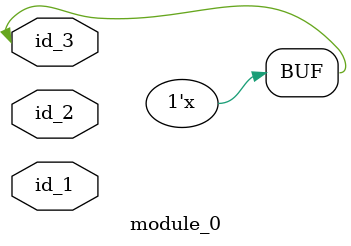
<source format=v>
module module_0 (
    id_1,
    id_2,
    id_3
);
  input id_3;
  input id_2;
  input id_1;
  assign id_3 = 1 ? id_1[1] : 1 - 1;
endmodule

</source>
